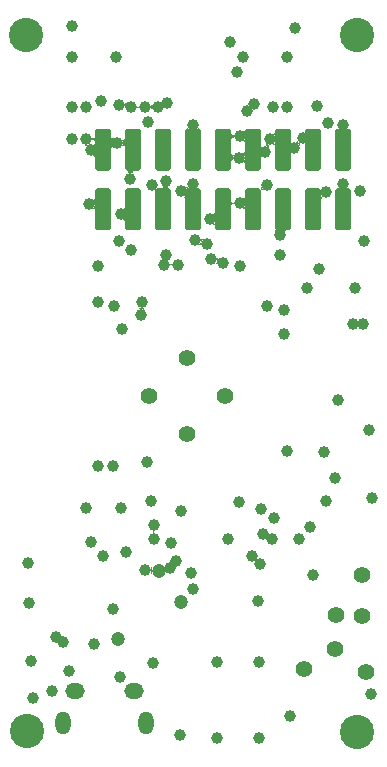
<source format=gbr>
G04 #@! TF.GenerationSoftware,KiCad,Pcbnew,5.1.7-a382d34a88~90~ubuntu20.04.1*
G04 #@! TF.CreationDate,2022-01-21T18:15:37-06:00*
G04 #@! TF.ProjectId,strike-controller,73747269-6b65-42d6-936f-6e74726f6c6c,rev?*
G04 #@! TF.SameCoordinates,Original*
G04 #@! TF.FileFunction,Soldermask,Bot*
G04 #@! TF.FilePolarity,Negative*
%FSLAX46Y46*%
G04 Gerber Fmt 4.6, Leading zero omitted, Abs format (unit mm)*
G04 Created by KiCad (PCBNEW 5.1.7-a382d34a88~90~ubuntu20.04.1) date 2022-01-21 18:15:37*
%MOMM*%
%LPD*%
G01*
G04 APERTURE LIST*
%ADD10C,2.900000*%
%ADD11O,1.290000X1.950000*%
%ADD12O,1.650000X1.350000*%
%ADD13C,1.000000*%
%ADD14C,1.200000*%
%ADD15C,1.400000*%
%ADD16C,0.100000*%
G04 APERTURE END LIST*
D10*
X160500000Y-115925000D03*
X160500000Y-56950000D03*
X132525000Y-115900000D03*
X132500000Y-56950000D03*
G36*
G01*
X158810000Y-69935000D02*
X159810000Y-69935000D01*
G75*
G02*
X160010000Y-70135000I0J-200000D01*
G01*
X160010000Y-73285000D01*
G75*
G02*
X159810000Y-73485000I-200000J0D01*
G01*
X158810000Y-73485000D01*
G75*
G02*
X158610000Y-73285000I0J200000D01*
G01*
X158610000Y-70135000D01*
G75*
G02*
X158810000Y-69935000I200000J0D01*
G01*
G37*
G36*
G01*
X158810000Y-64885000D02*
X159810000Y-64885000D01*
G75*
G02*
X160010000Y-65085000I0J-200000D01*
G01*
X160010000Y-68235000D01*
G75*
G02*
X159810000Y-68435000I-200000J0D01*
G01*
X158810000Y-68435000D01*
G75*
G02*
X158610000Y-68235000I0J200000D01*
G01*
X158610000Y-65085000D01*
G75*
G02*
X158810000Y-64885000I200000J0D01*
G01*
G37*
G36*
G01*
X156270000Y-69935000D02*
X157270000Y-69935000D01*
G75*
G02*
X157470000Y-70135000I0J-200000D01*
G01*
X157470000Y-73285000D01*
G75*
G02*
X157270000Y-73485000I-200000J0D01*
G01*
X156270000Y-73485000D01*
G75*
G02*
X156070000Y-73285000I0J200000D01*
G01*
X156070000Y-70135000D01*
G75*
G02*
X156270000Y-69935000I200000J0D01*
G01*
G37*
G36*
G01*
X156270000Y-64885000D02*
X157270000Y-64885000D01*
G75*
G02*
X157470000Y-65085000I0J-200000D01*
G01*
X157470000Y-68235000D01*
G75*
G02*
X157270000Y-68435000I-200000J0D01*
G01*
X156270000Y-68435000D01*
G75*
G02*
X156070000Y-68235000I0J200000D01*
G01*
X156070000Y-65085000D01*
G75*
G02*
X156270000Y-64885000I200000J0D01*
G01*
G37*
G36*
G01*
X153730000Y-69935000D02*
X154730000Y-69935000D01*
G75*
G02*
X154930000Y-70135000I0J-200000D01*
G01*
X154930000Y-73285000D01*
G75*
G02*
X154730000Y-73485000I-200000J0D01*
G01*
X153730000Y-73485000D01*
G75*
G02*
X153530000Y-73285000I0J200000D01*
G01*
X153530000Y-70135000D01*
G75*
G02*
X153730000Y-69935000I200000J0D01*
G01*
G37*
G36*
G01*
X153730000Y-64885000D02*
X154730000Y-64885000D01*
G75*
G02*
X154930000Y-65085000I0J-200000D01*
G01*
X154930000Y-68235000D01*
G75*
G02*
X154730000Y-68435000I-200000J0D01*
G01*
X153730000Y-68435000D01*
G75*
G02*
X153530000Y-68235000I0J200000D01*
G01*
X153530000Y-65085000D01*
G75*
G02*
X153730000Y-64885000I200000J0D01*
G01*
G37*
G36*
G01*
X151190000Y-69935000D02*
X152190000Y-69935000D01*
G75*
G02*
X152390000Y-70135000I0J-200000D01*
G01*
X152390000Y-73285000D01*
G75*
G02*
X152190000Y-73485000I-200000J0D01*
G01*
X151190000Y-73485000D01*
G75*
G02*
X150990000Y-73285000I0J200000D01*
G01*
X150990000Y-70135000D01*
G75*
G02*
X151190000Y-69935000I200000J0D01*
G01*
G37*
G36*
G01*
X151190000Y-64885000D02*
X152190000Y-64885000D01*
G75*
G02*
X152390000Y-65085000I0J-200000D01*
G01*
X152390000Y-68235000D01*
G75*
G02*
X152190000Y-68435000I-200000J0D01*
G01*
X151190000Y-68435000D01*
G75*
G02*
X150990000Y-68235000I0J200000D01*
G01*
X150990000Y-65085000D01*
G75*
G02*
X151190000Y-64885000I200000J0D01*
G01*
G37*
G36*
G01*
X148650000Y-69935000D02*
X149650000Y-69935000D01*
G75*
G02*
X149850000Y-70135000I0J-200000D01*
G01*
X149850000Y-73285000D01*
G75*
G02*
X149650000Y-73485000I-200000J0D01*
G01*
X148650000Y-73485000D01*
G75*
G02*
X148450000Y-73285000I0J200000D01*
G01*
X148450000Y-70135000D01*
G75*
G02*
X148650000Y-69935000I200000J0D01*
G01*
G37*
G36*
G01*
X148650000Y-64885000D02*
X149650000Y-64885000D01*
G75*
G02*
X149850000Y-65085000I0J-200000D01*
G01*
X149850000Y-68235000D01*
G75*
G02*
X149650000Y-68435000I-200000J0D01*
G01*
X148650000Y-68435000D01*
G75*
G02*
X148450000Y-68235000I0J200000D01*
G01*
X148450000Y-65085000D01*
G75*
G02*
X148650000Y-64885000I200000J0D01*
G01*
G37*
G36*
G01*
X146110000Y-69935000D02*
X147110000Y-69935000D01*
G75*
G02*
X147310000Y-70135000I0J-200000D01*
G01*
X147310000Y-73285000D01*
G75*
G02*
X147110000Y-73485000I-200000J0D01*
G01*
X146110000Y-73485000D01*
G75*
G02*
X145910000Y-73285000I0J200000D01*
G01*
X145910000Y-70135000D01*
G75*
G02*
X146110000Y-69935000I200000J0D01*
G01*
G37*
G36*
G01*
X146110000Y-64885000D02*
X147110000Y-64885000D01*
G75*
G02*
X147310000Y-65085000I0J-200000D01*
G01*
X147310000Y-68235000D01*
G75*
G02*
X147110000Y-68435000I-200000J0D01*
G01*
X146110000Y-68435000D01*
G75*
G02*
X145910000Y-68235000I0J200000D01*
G01*
X145910000Y-65085000D01*
G75*
G02*
X146110000Y-64885000I200000J0D01*
G01*
G37*
G36*
G01*
X143570000Y-69935000D02*
X144570000Y-69935000D01*
G75*
G02*
X144770000Y-70135000I0J-200000D01*
G01*
X144770000Y-73285000D01*
G75*
G02*
X144570000Y-73485000I-200000J0D01*
G01*
X143570000Y-73485000D01*
G75*
G02*
X143370000Y-73285000I0J200000D01*
G01*
X143370000Y-70135000D01*
G75*
G02*
X143570000Y-69935000I200000J0D01*
G01*
G37*
G36*
G01*
X143570000Y-64885000D02*
X144570000Y-64885000D01*
G75*
G02*
X144770000Y-65085000I0J-200000D01*
G01*
X144770000Y-68235000D01*
G75*
G02*
X144570000Y-68435000I-200000J0D01*
G01*
X143570000Y-68435000D01*
G75*
G02*
X143370000Y-68235000I0J200000D01*
G01*
X143370000Y-65085000D01*
G75*
G02*
X143570000Y-64885000I200000J0D01*
G01*
G37*
G36*
G01*
X141030000Y-69935000D02*
X142030000Y-69935000D01*
G75*
G02*
X142230000Y-70135000I0J-200000D01*
G01*
X142230000Y-73285000D01*
G75*
G02*
X142030000Y-73485000I-200000J0D01*
G01*
X141030000Y-73485000D01*
G75*
G02*
X140830000Y-73285000I0J200000D01*
G01*
X140830000Y-70135000D01*
G75*
G02*
X141030000Y-69935000I200000J0D01*
G01*
G37*
G36*
G01*
X141030000Y-64885000D02*
X142030000Y-64885000D01*
G75*
G02*
X142230000Y-65085000I0J-200000D01*
G01*
X142230000Y-68235000D01*
G75*
G02*
X142030000Y-68435000I-200000J0D01*
G01*
X141030000Y-68435000D01*
G75*
G02*
X140830000Y-68235000I0J200000D01*
G01*
X140830000Y-65085000D01*
G75*
G02*
X141030000Y-64885000I200000J0D01*
G01*
G37*
G36*
G01*
X138490000Y-69935000D02*
X139490000Y-69935000D01*
G75*
G02*
X139690000Y-70135000I0J-200000D01*
G01*
X139690000Y-73285000D01*
G75*
G02*
X139490000Y-73485000I-200000J0D01*
G01*
X138490000Y-73485000D01*
G75*
G02*
X138290000Y-73285000I0J200000D01*
G01*
X138290000Y-70135000D01*
G75*
G02*
X138490000Y-69935000I200000J0D01*
G01*
G37*
G36*
G01*
X138490000Y-64885000D02*
X139490000Y-64885000D01*
G75*
G02*
X139690000Y-65085000I0J-200000D01*
G01*
X139690000Y-68235000D01*
G75*
G02*
X139490000Y-68435000I-200000J0D01*
G01*
X138490000Y-68435000D01*
G75*
G02*
X138290000Y-68235000I0J200000D01*
G01*
X138290000Y-65085000D01*
G75*
G02*
X138490000Y-64885000I200000J0D01*
G01*
G37*
D11*
X142600000Y-115175000D03*
X135600000Y-115175000D03*
D12*
X141600000Y-112475000D03*
X136600000Y-112475000D03*
D13*
X152175000Y-116450000D03*
X148625000Y-116475000D03*
X148625000Y-110050000D03*
X152175000Y-110025000D03*
X140400000Y-111300000D03*
D14*
X140275000Y-108050000D03*
X143700000Y-102300000D03*
D13*
X138200000Y-108500000D03*
X143208051Y-110133051D03*
X137550000Y-97025000D03*
X138600000Y-93450000D03*
D15*
X146075000Y-84275000D03*
X149300000Y-87525000D03*
X146075000Y-90725000D03*
D13*
X154600000Y-92200000D03*
X157700000Y-92225000D03*
X158650000Y-94425000D03*
X158850000Y-87875000D03*
D15*
X142875010Y-87524906D03*
D13*
X149575000Y-99650000D03*
X155575000Y-99650000D03*
X156525000Y-98600000D03*
X161650000Y-112700000D03*
X154800000Y-114625000D03*
D15*
X160925000Y-106100000D03*
X160925000Y-102675000D03*
D13*
X152150000Y-104850000D03*
X161099981Y-74425000D03*
D14*
X145609063Y-104915618D03*
D13*
X160979991Y-81400000D03*
X159300000Y-64575000D03*
X153150000Y-65775000D03*
X140050000Y-58800000D03*
X136325000Y-63075000D03*
X136325000Y-65725000D03*
X142575000Y-63075000D03*
X146600000Y-64550000D03*
X138575000Y-79550000D03*
X138600000Y-76475000D03*
X141350000Y-75175000D03*
X140325000Y-74375000D03*
X153350000Y-63075010D03*
X142778551Y-64298342D03*
X132650000Y-101625000D03*
X134635636Y-112473262D03*
X146775000Y-74325000D03*
X153958051Y-75583051D03*
X147771509Y-74609556D03*
X157999990Y-64429144D03*
X157075000Y-62924990D03*
X159275000Y-69600000D03*
X137975000Y-99900000D03*
X140550000Y-97000000D03*
X139875000Y-93475000D03*
X161775000Y-96175000D03*
D15*
X158650000Y-108925000D03*
X156000000Y-110650000D03*
X161275000Y-110900000D03*
X158675000Y-106075000D03*
D13*
X145550000Y-116225000D03*
X161549991Y-90400000D03*
X154600000Y-63050000D03*
X155175000Y-66500000D03*
X138850000Y-62550000D03*
X151743201Y-62793201D03*
X132725000Y-105000000D03*
X153450010Y-97850000D03*
X143275000Y-99625000D03*
X144634337Y-102044619D03*
X143275000Y-98425000D03*
X142750000Y-93075000D03*
X154275000Y-80200000D03*
X156275000Y-78400000D03*
X132875000Y-109950000D03*
X136100000Y-110775000D03*
X133050000Y-113099990D03*
X140475000Y-72125000D03*
X150550000Y-65525000D03*
X149775000Y-57500000D03*
X150875000Y-58775000D03*
X154600000Y-58775000D03*
X155250000Y-56375000D03*
X136350000Y-56175000D03*
X136325000Y-58800000D03*
X137550000Y-63075000D03*
X137575000Y-65775000D03*
X137950000Y-66700000D03*
X137775000Y-71275000D03*
X140200000Y-66050000D03*
X146600000Y-69550000D03*
X160775000Y-70175000D03*
X141371151Y-63057963D03*
X151155656Y-63380746D03*
X145575010Y-70181834D03*
X150575000Y-71200000D03*
X154000000Y-73900000D03*
X156775000Y-102650000D03*
X160325000Y-78350000D03*
X160150000Y-81425000D03*
X148050000Y-72550000D03*
X144371279Y-62671279D03*
X150500000Y-67325000D03*
X155900000Y-65675000D03*
X157850000Y-70275000D03*
X150333780Y-60108780D03*
X157300000Y-76800000D03*
X146650000Y-103850000D03*
X146425000Y-102475000D03*
X145150000Y-101500000D03*
X143075006Y-96422478D03*
X139800000Y-105525000D03*
X142575000Y-102250000D03*
X138950000Y-101075000D03*
X140900000Y-100700000D03*
X144775000Y-99925000D03*
X145575000Y-97275000D03*
X152550000Y-99200000D03*
X154275000Y-82300000D03*
X152875000Y-79850000D03*
X152380726Y-97056087D03*
X153325000Y-99650000D03*
X152278372Y-101760819D03*
X135625000Y-108350000D03*
X142275000Y-79575000D03*
X135000000Y-107875000D03*
X142225000Y-80650000D03*
X152675000Y-66825000D03*
X157875000Y-96400000D03*
X150525000Y-96525000D03*
X143125000Y-69675010D03*
X152894597Y-69659225D03*
X151625000Y-101100000D03*
X145325000Y-76400000D03*
X148166201Y-75921987D03*
X140375000Y-62875000D03*
X149125000Y-76275000D03*
X144118096Y-76402618D03*
X143675000Y-63025000D03*
X140600000Y-81850000D03*
X139900000Y-79925000D03*
X141300000Y-69100000D03*
X144300000Y-69275000D03*
X144300000Y-75575000D03*
X150547057Y-76470021D03*
D16*
G36*
X142995867Y-101980647D02*
G01*
X143007394Y-101994692D01*
X143026031Y-102009987D01*
X143047294Y-102021352D01*
X143070369Y-102028352D01*
X143094361Y-102030715D01*
X143118352Y-102028352D01*
X143141427Y-102021352D01*
X143162690Y-102009987D01*
X143181327Y-101994691D01*
X143192850Y-101980649D01*
X143194722Y-101979945D01*
X143196268Y-101981213D01*
X143196059Y-101983029D01*
X143172620Y-102018109D01*
X143127760Y-102126411D01*
X143104889Y-102241389D01*
X143104889Y-102358611D01*
X143127760Y-102473589D01*
X143171513Y-102579219D01*
X143171252Y-102581202D01*
X143169404Y-102581967D01*
X143168002Y-102581095D01*
X143163277Y-102574023D01*
X143147918Y-102555308D01*
X143129281Y-102540013D01*
X143108017Y-102528648D01*
X143084942Y-102521648D01*
X143060951Y-102519285D01*
X143036960Y-102521648D01*
X143013885Y-102528648D01*
X142992621Y-102540013D01*
X142973984Y-102555308D01*
X142967700Y-102562965D01*
X142967568Y-102563110D01*
X142964635Y-102566043D01*
X142962703Y-102566561D01*
X142961289Y-102565147D01*
X142961558Y-102563518D01*
X143014188Y-102484751D01*
X143051546Y-102394560D01*
X143070592Y-102298810D01*
X143070592Y-102201190D01*
X143051546Y-102105440D01*
X143014188Y-102015249D01*
X142992658Y-101983027D01*
X142992527Y-101981031D01*
X142994190Y-101979920D01*
X142995867Y-101980647D01*
G37*
G36*
X143418054Y-98902865D02*
G01*
X143418444Y-98904827D01*
X143417131Y-98906098D01*
X143399746Y-98911372D01*
X143378482Y-98922737D01*
X143359845Y-98938032D01*
X143344549Y-98956669D01*
X143333184Y-98977932D01*
X143326183Y-99001007D01*
X143323820Y-99024998D01*
X143326182Y-99048989D01*
X143333182Y-99072064D01*
X143344547Y-99093328D01*
X143359842Y-99111965D01*
X143378479Y-99127261D01*
X143399742Y-99138626D01*
X143417129Y-99143901D01*
X143418496Y-99145361D01*
X143417915Y-99147275D01*
X143416158Y-99147777D01*
X143323810Y-99129408D01*
X143226190Y-99129408D01*
X143133840Y-99147778D01*
X143131946Y-99147135D01*
X143131556Y-99145173D01*
X143132869Y-99143902D01*
X143150254Y-99138628D01*
X143171518Y-99127263D01*
X143190155Y-99111968D01*
X143205451Y-99093331D01*
X143216816Y-99072068D01*
X143223817Y-99048993D01*
X143226180Y-99025002D01*
X143223818Y-99001011D01*
X143216818Y-98977936D01*
X143205453Y-98956672D01*
X143190158Y-98938035D01*
X143171521Y-98922739D01*
X143150258Y-98911374D01*
X143132871Y-98906099D01*
X143131504Y-98904639D01*
X143132085Y-98902725D01*
X143133842Y-98902223D01*
X143226190Y-98920592D01*
X143323810Y-98920592D01*
X143416160Y-98902222D01*
X143418054Y-98902865D01*
G37*
G36*
X142011226Y-79994796D02*
G01*
X142040249Y-80014188D01*
X142130440Y-80051546D01*
X142226190Y-80070592D01*
X142323810Y-80070592D01*
X142419560Y-80051546D01*
X142507082Y-80015294D01*
X142509065Y-80015555D01*
X142509830Y-80017403D01*
X142508958Y-80018805D01*
X142506288Y-80020589D01*
X142506120Y-80020690D01*
X142495746Y-80026235D01*
X142477108Y-80041528D01*
X142461812Y-80060164D01*
X142450446Y-80081428D01*
X142443445Y-80104502D01*
X142441081Y-80128493D01*
X142443444Y-80152485D01*
X142450441Y-80175559D01*
X142461807Y-80196824D01*
X142477100Y-80215462D01*
X142491154Y-80226995D01*
X142491858Y-80228867D01*
X142490590Y-80230413D01*
X142488774Y-80230204D01*
X142459751Y-80210812D01*
X142369560Y-80173454D01*
X142273810Y-80154408D01*
X142176190Y-80154408D01*
X142080440Y-80173454D01*
X141992918Y-80209706D01*
X141990935Y-80209445D01*
X141990170Y-80207597D01*
X141991042Y-80206195D01*
X141993712Y-80204411D01*
X141993880Y-80204310D01*
X142004254Y-80198765D01*
X142022892Y-80183472D01*
X142038188Y-80164836D01*
X142049554Y-80143572D01*
X142056555Y-80120498D01*
X142058919Y-80096507D01*
X142056556Y-80072515D01*
X142049559Y-80049441D01*
X142038193Y-80028176D01*
X142022900Y-80009538D01*
X142008846Y-79998005D01*
X142008142Y-79996133D01*
X142009410Y-79994587D01*
X142011226Y-79994796D01*
G37*
G36*
X144843562Y-76275750D02*
G01*
X144844064Y-76277507D01*
X144829408Y-76351190D01*
X144829408Y-76448810D01*
X144844587Y-76525120D01*
X144843944Y-76527014D01*
X144841982Y-76527404D01*
X144840711Y-76526091D01*
X144835434Y-76508698D01*
X144824069Y-76487434D01*
X144808774Y-76468797D01*
X144790137Y-76453502D01*
X144768872Y-76442136D01*
X144745799Y-76435139D01*
X144721807Y-76432775D01*
X144697815Y-76435138D01*
X144674741Y-76442139D01*
X144653477Y-76453504D01*
X144634840Y-76468799D01*
X144619545Y-76487436D01*
X144608179Y-76508701D01*
X144602908Y-76526081D01*
X144601448Y-76527449D01*
X144599534Y-76526868D01*
X144599032Y-76525111D01*
X144613688Y-76451428D01*
X144613688Y-76353808D01*
X144598509Y-76277498D01*
X144599152Y-76275604D01*
X144601114Y-76275214D01*
X144602385Y-76276527D01*
X144607662Y-76293920D01*
X144619027Y-76315184D01*
X144634322Y-76333821D01*
X144652959Y-76349116D01*
X144674224Y-76360482D01*
X144697297Y-76367479D01*
X144721289Y-76369843D01*
X144745281Y-76367480D01*
X144768355Y-76360479D01*
X144789619Y-76349114D01*
X144808256Y-76333819D01*
X144823551Y-76315182D01*
X144834917Y-76293917D01*
X144840188Y-76276537D01*
X144841648Y-76275169D01*
X144843562Y-76275750D01*
G37*
G36*
X148650197Y-75794421D02*
G01*
X148655472Y-75811812D01*
X148666837Y-75833075D01*
X148682133Y-75851712D01*
X148700770Y-75867007D01*
X148722033Y-75878372D01*
X148745108Y-75885372D01*
X148769100Y-75887735D01*
X148793091Y-75885372D01*
X148816166Y-75878372D01*
X148832187Y-75869808D01*
X148834186Y-75869874D01*
X148835129Y-75871637D01*
X148834241Y-75873235D01*
X148809077Y-75890049D01*
X148740049Y-75959077D01*
X148685812Y-76040249D01*
X148648454Y-76130440D01*
X148629408Y-76226190D01*
X148629408Y-76323810D01*
X148644880Y-76401595D01*
X148644237Y-76403489D01*
X148642275Y-76403879D01*
X148641004Y-76402566D01*
X148635729Y-76385175D01*
X148624364Y-76363912D01*
X148609068Y-76345275D01*
X148590431Y-76329980D01*
X148569168Y-76318615D01*
X148546093Y-76311615D01*
X148522101Y-76309252D01*
X148498110Y-76311615D01*
X148475035Y-76318615D01*
X148459014Y-76327179D01*
X148457015Y-76327113D01*
X148456072Y-76325350D01*
X148456960Y-76323752D01*
X148482124Y-76306938D01*
X148551152Y-76237910D01*
X148605389Y-76156738D01*
X148642747Y-76066547D01*
X148661793Y-75970797D01*
X148661793Y-75873177D01*
X148646321Y-75795392D01*
X148646964Y-75793498D01*
X148648926Y-75793108D01*
X148650197Y-75794421D01*
G37*
G36*
X147255676Y-74181137D02*
G01*
X147266367Y-74201140D01*
X147281663Y-74219777D01*
X147300300Y-74235072D01*
X147321563Y-74246437D01*
X147344638Y-74253437D01*
X147368629Y-74255800D01*
X147392620Y-74253437D01*
X147415695Y-74246437D01*
X147436959Y-74235072D01*
X147450705Y-74223791D01*
X147450862Y-74223675D01*
X147451019Y-74223570D01*
X147453015Y-74223438D01*
X147454127Y-74225100D01*
X147453545Y-74226646D01*
X147386558Y-74293633D01*
X147332321Y-74374805D01*
X147294963Y-74464996D01*
X147275917Y-74560746D01*
X147275917Y-74658366D01*
X147294559Y-74752086D01*
X147293916Y-74753980D01*
X147291954Y-74754370D01*
X147290833Y-74753419D01*
X147280142Y-74733416D01*
X147264846Y-74714779D01*
X147246209Y-74699484D01*
X147224946Y-74688119D01*
X147201871Y-74681119D01*
X147177880Y-74678756D01*
X147153889Y-74681119D01*
X147130814Y-74688119D01*
X147109550Y-74699484D01*
X147095804Y-74710765D01*
X147095647Y-74710881D01*
X147095490Y-74710986D01*
X147093494Y-74711118D01*
X147092382Y-74709456D01*
X147092964Y-74707910D01*
X147159951Y-74640923D01*
X147214188Y-74559751D01*
X147251546Y-74469560D01*
X147270592Y-74373810D01*
X147270592Y-74276190D01*
X147251950Y-74182470D01*
X147252593Y-74180576D01*
X147254555Y-74180186D01*
X147255676Y-74181137D01*
G37*
G36*
X153727181Y-73484000D02*
G01*
X153726560Y-73486663D01*
X153684077Y-73515049D01*
X153615049Y-73584077D01*
X153562418Y-73662845D01*
X153560624Y-73663730D01*
X153558961Y-73662619D01*
X153558907Y-73660969D01*
X153560484Y-73657162D01*
X153567513Y-73633991D01*
X153569876Y-73609999D01*
X153567513Y-73586008D01*
X153560513Y-73562933D01*
X153549148Y-73541670D01*
X153533853Y-73523033D01*
X153528731Y-73518830D01*
X153528000Y-73517284D01*
X153528000Y-73485000D01*
X153529000Y-73483268D01*
X153530000Y-73483000D01*
X153725449Y-73483000D01*
X153727181Y-73484000D01*
G37*
G36*
X154554846Y-73484000D02*
G01*
X154554846Y-73486000D01*
X154553310Y-73486990D01*
X154529123Y-73489372D01*
X154506048Y-73496372D01*
X154484784Y-73507737D01*
X154466147Y-73523032D01*
X154450852Y-73541669D01*
X154439487Y-73562933D01*
X154432487Y-73586008D01*
X154430124Y-73609999D01*
X154432487Y-73633990D01*
X154439516Y-73657162D01*
X154441093Y-73660969D01*
X154440832Y-73662952D01*
X154438984Y-73663717D01*
X154437582Y-73662845D01*
X154384951Y-73584077D01*
X154315923Y-73515049D01*
X154273440Y-73486663D01*
X154272555Y-73484869D01*
X154274551Y-73483000D01*
X154553114Y-73483000D01*
X154554846Y-73484000D01*
G37*
G36*
X148452000Y-72847000D02*
G01*
X148452000Y-73109327D01*
X148451000Y-73111059D01*
X148449000Y-73111059D01*
X148448010Y-73109523D01*
X148445628Y-73085336D01*
X148438628Y-73062261D01*
X148427263Y-73040997D01*
X148411968Y-73022360D01*
X148393331Y-73007065D01*
X148372067Y-72995700D01*
X148348992Y-72988700D01*
X148325001Y-72986337D01*
X148301010Y-72988700D01*
X148283630Y-72993972D01*
X148281682Y-72993518D01*
X148281101Y-72991604D01*
X148282284Y-72990210D01*
X148284751Y-72989188D01*
X148365923Y-72934951D01*
X148434951Y-72865923D01*
X148448337Y-72845889D01*
X148450131Y-72845004D01*
X148452000Y-72847000D01*
G37*
G36*
X140832000Y-72473702D02*
G01*
X140832000Y-72702967D01*
X140831000Y-72704699D01*
X140829000Y-72704699D01*
X140828010Y-72703163D01*
X140825628Y-72678976D01*
X140818628Y-72655901D01*
X140807263Y-72634637D01*
X140791968Y-72616000D01*
X140773331Y-72600705D01*
X140752067Y-72589340D01*
X140728992Y-72582340D01*
X140705001Y-72579977D01*
X140681010Y-72582340D01*
X140663624Y-72587614D01*
X140661676Y-72587160D01*
X140661095Y-72585246D01*
X140662278Y-72583852D01*
X140709751Y-72564188D01*
X140790923Y-72509951D01*
X140828586Y-72472288D01*
X140830518Y-72471770D01*
X140832000Y-72473702D01*
G37*
G36*
X148451165Y-71989047D02*
G01*
X148452000Y-71990673D01*
X148452000Y-72253000D01*
X148451000Y-72254732D01*
X148448337Y-72254111D01*
X148434951Y-72234077D01*
X148365923Y-72165049D01*
X148284751Y-72110812D01*
X148282285Y-72109790D01*
X148281067Y-72108203D01*
X148281833Y-72106355D01*
X148283631Y-72106028D01*
X148301009Y-72111300D01*
X148325000Y-72113663D01*
X148348991Y-72111300D01*
X148372066Y-72104300D01*
X148393330Y-72092935D01*
X148411967Y-72077640D01*
X148427262Y-72059003D01*
X148438628Y-72037740D01*
X148445628Y-72014665D01*
X148448010Y-71990477D01*
X148449175Y-71988851D01*
X148451165Y-71989047D01*
G37*
G36*
X140831165Y-71545407D02*
G01*
X140832000Y-71547033D01*
X140832000Y-71776298D01*
X140831000Y-71778030D01*
X140828586Y-71777712D01*
X140790923Y-71740049D01*
X140709751Y-71685812D01*
X140662279Y-71666148D01*
X140661061Y-71664561D01*
X140661826Y-71662713D01*
X140663625Y-71662386D01*
X140681009Y-71667660D01*
X140705000Y-71670023D01*
X140728991Y-71667660D01*
X140752066Y-71660660D01*
X140773330Y-71649295D01*
X140791967Y-71634000D01*
X140807262Y-71615363D01*
X140818628Y-71594100D01*
X140825628Y-71571025D01*
X140828010Y-71546837D01*
X140829175Y-71545211D01*
X140831165Y-71545407D01*
G37*
G36*
X138291165Y-70785904D02*
G01*
X138292000Y-70787530D01*
X138292000Y-71762470D01*
X138291000Y-71764202D01*
X138289000Y-71764202D01*
X138288010Y-71762666D01*
X138285628Y-71738479D01*
X138278628Y-71715404D01*
X138267263Y-71694140D01*
X138251968Y-71675503D01*
X138233331Y-71660208D01*
X138212067Y-71648843D01*
X138188992Y-71641843D01*
X138165001Y-71639480D01*
X138141010Y-71641843D01*
X138117935Y-71648843D01*
X138096582Y-71660256D01*
X138095491Y-71660985D01*
X138093495Y-71661116D01*
X138092384Y-71659453D01*
X138092966Y-71657908D01*
X138159951Y-71590923D01*
X138214188Y-71509751D01*
X138251546Y-71419560D01*
X138270592Y-71323810D01*
X138270592Y-71226190D01*
X138251546Y-71130440D01*
X138214188Y-71040249D01*
X138159951Y-70959077D01*
X138092966Y-70892092D01*
X138092448Y-70890160D01*
X138093862Y-70888746D01*
X138095491Y-70889015D01*
X138096582Y-70889744D01*
X138117935Y-70901157D01*
X138141010Y-70908157D01*
X138165001Y-70910520D01*
X138188992Y-70908157D01*
X138212067Y-70901157D01*
X138233331Y-70889792D01*
X138251968Y-70874497D01*
X138267263Y-70855860D01*
X138278628Y-70834596D01*
X138285628Y-70811521D01*
X138288010Y-70787334D01*
X138289175Y-70785708D01*
X138291165Y-70785904D01*
G37*
G36*
X150992000Y-71474551D02*
G01*
X150992000Y-71753114D01*
X150991000Y-71754846D01*
X150989000Y-71754846D01*
X150988010Y-71753310D01*
X150985628Y-71729123D01*
X150978628Y-71706048D01*
X150967263Y-71684784D01*
X150951968Y-71666147D01*
X150933331Y-71650852D01*
X150912067Y-71639487D01*
X150888992Y-71632487D01*
X150865001Y-71630124D01*
X150841010Y-71632487D01*
X150817838Y-71639516D01*
X150814031Y-71641093D01*
X150812048Y-71640832D01*
X150811283Y-71638984D01*
X150812155Y-71637582D01*
X150890923Y-71584951D01*
X150959951Y-71515923D01*
X150988337Y-71473440D01*
X150990131Y-71472555D01*
X150992000Y-71474551D01*
G37*
G36*
X149851990Y-71027999D02*
G01*
X149854372Y-71052186D01*
X149861372Y-71075261D01*
X149872737Y-71096525D01*
X149888032Y-71115162D01*
X149906669Y-71130457D01*
X149927933Y-71141822D01*
X149951008Y-71148822D01*
X149974999Y-71151185D01*
X149998990Y-71148822D01*
X150022065Y-71141822D01*
X150043329Y-71130457D01*
X150061966Y-71115162D01*
X150077261Y-71096525D01*
X150088626Y-71075261D01*
X150093900Y-71057876D01*
X150095360Y-71056509D01*
X150097274Y-71057090D01*
X150097776Y-71058847D01*
X150079408Y-71151190D01*
X150079408Y-71248810D01*
X150097777Y-71341155D01*
X150097134Y-71343049D01*
X150095172Y-71343439D01*
X150093901Y-71342126D01*
X150088627Y-71324740D01*
X150077262Y-71303477D01*
X150061967Y-71284840D01*
X150043330Y-71269544D01*
X150022067Y-71258179D01*
X149998992Y-71251178D01*
X149975001Y-71248815D01*
X149951010Y-71251177D01*
X149927934Y-71258177D01*
X149906671Y-71269542D01*
X149888034Y-71284837D01*
X149872738Y-71303474D01*
X149861373Y-71324737D01*
X149854372Y-71347812D01*
X149851990Y-71372001D01*
X149850825Y-71373627D01*
X149848835Y-71373431D01*
X149848000Y-71371805D01*
X149848000Y-71028195D01*
X149849000Y-71026463D01*
X149851000Y-71026463D01*
X149851990Y-71027999D01*
G37*
G36*
X150991165Y-70645260D02*
G01*
X150992000Y-70646886D01*
X150992000Y-70925449D01*
X150991000Y-70927181D01*
X150988337Y-70926560D01*
X150959951Y-70884077D01*
X150890923Y-70815049D01*
X150812155Y-70762418D01*
X150811270Y-70760624D01*
X150812381Y-70758961D01*
X150814031Y-70758907D01*
X150817838Y-70760484D01*
X150841009Y-70767513D01*
X150865000Y-70769876D01*
X150888992Y-70767513D01*
X150912067Y-70760513D01*
X150933330Y-70749148D01*
X150951967Y-70733853D01*
X150967263Y-70715216D01*
X150978628Y-70693953D01*
X150985628Y-70670878D01*
X150988010Y-70646690D01*
X150989175Y-70645064D01*
X150991165Y-70645260D01*
G37*
G36*
X157471414Y-70597288D02*
G01*
X157534077Y-70659951D01*
X157615249Y-70714188D01*
X157637726Y-70723498D01*
X157638944Y-70725085D01*
X157638179Y-70726933D01*
X157636380Y-70727260D01*
X157618990Y-70721985D01*
X157594999Y-70719622D01*
X157571008Y-70721985D01*
X157547933Y-70728985D01*
X157526669Y-70740350D01*
X157508032Y-70755645D01*
X157492737Y-70774282D01*
X157481372Y-70795546D01*
X157474372Y-70818621D01*
X157471990Y-70842808D01*
X157470825Y-70844434D01*
X157468835Y-70844238D01*
X157468000Y-70842612D01*
X157468000Y-70598702D01*
X157469000Y-70596970D01*
X157471414Y-70597288D01*
G37*
G36*
X145912000Y-70550546D02*
G01*
X145912000Y-70768090D01*
X145911000Y-70769822D01*
X145909000Y-70769822D01*
X145908010Y-70768286D01*
X145905628Y-70744099D01*
X145898628Y-70721024D01*
X145887263Y-70699760D01*
X145871968Y-70681123D01*
X145853331Y-70665828D01*
X145832067Y-70654463D01*
X145808992Y-70647463D01*
X145785001Y-70645100D01*
X145761010Y-70647463D01*
X145743614Y-70652741D01*
X145741666Y-70652287D01*
X145741085Y-70650373D01*
X145742268Y-70648979D01*
X145809761Y-70621022D01*
X145890933Y-70566785D01*
X145908586Y-70549132D01*
X145910518Y-70548614D01*
X145912000Y-70550546D01*
G37*
G36*
X152415573Y-69791329D02*
G01*
X152418051Y-69803785D01*
X152455409Y-69893976D01*
X152509646Y-69975148D01*
X152578674Y-70044176D01*
X152580138Y-70045154D01*
X152581023Y-70046948D01*
X152579912Y-70048611D01*
X152578084Y-70048581D01*
X152562065Y-70040019D01*
X152538990Y-70033019D01*
X152514999Y-70030656D01*
X152491008Y-70033019D01*
X152467933Y-70040019D01*
X152446669Y-70051384D01*
X152428032Y-70066679D01*
X152412737Y-70085316D01*
X152401372Y-70106580D01*
X152394372Y-70129655D01*
X152391990Y-70153842D01*
X152390825Y-70155468D01*
X152388835Y-70155272D01*
X152388000Y-70153646D01*
X152388000Y-69937000D01*
X152290413Y-69937000D01*
X152288681Y-69936000D01*
X152288681Y-69934000D01*
X152290217Y-69933010D01*
X152314404Y-69930628D01*
X152337479Y-69923628D01*
X152358743Y-69912263D01*
X152377380Y-69896968D01*
X152392675Y-69878331D01*
X152404040Y-69857067D01*
X152411040Y-69833992D01*
X152413403Y-69810001D01*
X152411621Y-69791915D01*
X152412446Y-69790093D01*
X152414436Y-69789897D01*
X152415573Y-69791329D01*
G37*
G36*
X144056441Y-69708303D02*
G01*
X144065249Y-69714188D01*
X144155440Y-69751546D01*
X144251190Y-69770592D01*
X144348810Y-69770592D01*
X144444560Y-69751546D01*
X144534751Y-69714188D01*
X144543559Y-69708303D01*
X144545555Y-69708172D01*
X144546666Y-69709835D01*
X144545939Y-69711512D01*
X144531899Y-69723034D01*
X144516604Y-69741671D01*
X144505239Y-69762935D01*
X144498239Y-69786010D01*
X144495876Y-69810001D01*
X144498239Y-69833992D01*
X144505239Y-69857067D01*
X144516604Y-69878331D01*
X144531899Y-69896968D01*
X144550536Y-69912263D01*
X144571800Y-69923628D01*
X144594875Y-69930628D01*
X144619062Y-69933010D01*
X144620688Y-69934175D01*
X144620492Y-69936165D01*
X144618866Y-69937000D01*
X143981134Y-69937000D01*
X143979402Y-69936000D01*
X143979402Y-69934000D01*
X143980938Y-69933010D01*
X144005125Y-69930628D01*
X144028200Y-69923628D01*
X144049464Y-69912263D01*
X144068101Y-69896968D01*
X144083396Y-69878331D01*
X144094761Y-69857067D01*
X144101761Y-69833992D01*
X144104124Y-69810001D01*
X144101761Y-69786010D01*
X144094761Y-69762935D01*
X144083396Y-69741671D01*
X144068101Y-69723034D01*
X144054061Y-69711512D01*
X144053357Y-69709640D01*
X144054625Y-69708094D01*
X144056441Y-69708303D01*
G37*
G36*
X159745576Y-69766813D02*
G01*
X159745903Y-69768612D01*
X159740625Y-69786011D01*
X159738262Y-69810001D01*
X159740625Y-69833993D01*
X159747625Y-69857068D01*
X159758991Y-69878332D01*
X159774286Y-69896968D01*
X159792923Y-69912264D01*
X159814187Y-69923628D01*
X159837262Y-69930628D01*
X159861448Y-69933010D01*
X159863074Y-69934175D01*
X159862878Y-69936165D01*
X159861252Y-69937000D01*
X159643702Y-69937000D01*
X159641970Y-69936000D01*
X159642288Y-69933586D01*
X159659951Y-69915923D01*
X159714188Y-69834751D01*
X159742141Y-69767266D01*
X159743728Y-69766048D01*
X159745576Y-69766813D01*
G37*
G36*
X147049862Y-69766821D02*
G01*
X147050189Y-69768620D01*
X147044914Y-69786010D01*
X147042551Y-69810001D01*
X147044914Y-69833992D01*
X147051914Y-69857067D01*
X147063279Y-69878331D01*
X147078574Y-69896968D01*
X147097211Y-69912263D01*
X147118475Y-69923628D01*
X147141550Y-69930628D01*
X147165737Y-69933010D01*
X147167363Y-69934175D01*
X147167167Y-69936165D01*
X147165541Y-69937000D01*
X146918702Y-69937000D01*
X146916970Y-69936000D01*
X146917288Y-69933586D01*
X146984951Y-69865923D01*
X147039188Y-69784751D01*
X147046427Y-69767274D01*
X147048014Y-69766056D01*
X147049862Y-69766821D01*
G37*
G36*
X146124558Y-69697225D02*
G01*
X146160812Y-69784751D01*
X146215049Y-69865923D01*
X146282712Y-69933586D01*
X146283230Y-69935518D01*
X146281298Y-69937000D01*
X146008530Y-69937000D01*
X146006867Y-69936111D01*
X145959961Y-69865911D01*
X145916287Y-69822237D01*
X145915769Y-69820305D01*
X145917183Y-69818891D01*
X145918970Y-69819277D01*
X145933008Y-69830798D01*
X145954272Y-69842163D01*
X145977347Y-69849163D01*
X146001338Y-69851526D01*
X146025329Y-69849163D01*
X146048404Y-69842163D01*
X146069668Y-69830798D01*
X146088305Y-69815503D01*
X146103600Y-69796866D01*
X146114965Y-69775602D01*
X146121965Y-69752527D01*
X146124328Y-69728536D01*
X146121955Y-69704451D01*
X146120748Y-69698380D01*
X146121391Y-69696486D01*
X146123353Y-69696096D01*
X146124558Y-69697225D01*
G37*
G36*
X158807859Y-69767266D02*
G01*
X158835812Y-69834751D01*
X158890049Y-69915923D01*
X158907712Y-69933586D01*
X158908230Y-69935518D01*
X158906298Y-69937000D01*
X158688748Y-69937000D01*
X158687016Y-69936000D01*
X158687016Y-69934000D01*
X158688552Y-69933010D01*
X158712739Y-69930628D01*
X158735814Y-69923628D01*
X158757078Y-69912263D01*
X158775715Y-69896968D01*
X158791010Y-69878331D01*
X158802375Y-69857067D01*
X158809375Y-69833992D01*
X158811738Y-69810001D01*
X158809375Y-69786010D01*
X158804097Y-69768612D01*
X158804551Y-69766664D01*
X158806465Y-69766083D01*
X158807859Y-69767266D01*
G37*
G36*
X141613115Y-68434000D02*
G01*
X141613115Y-68436000D01*
X141611579Y-68436990D01*
X141587392Y-68439372D01*
X141564317Y-68446372D01*
X141543053Y-68457737D01*
X141524416Y-68473032D01*
X141509121Y-68491669D01*
X141497756Y-68512933D01*
X141490756Y-68536008D01*
X141488393Y-68559999D01*
X141490756Y-68583990D01*
X141497756Y-68607065D01*
X141509121Y-68628329D01*
X141524416Y-68646966D01*
X141538456Y-68658488D01*
X141539160Y-68660360D01*
X141537892Y-68661906D01*
X141536076Y-68661697D01*
X141534751Y-68660812D01*
X141444560Y-68623454D01*
X141348810Y-68604408D01*
X141251190Y-68604408D01*
X141155440Y-68623454D01*
X141065249Y-68660812D01*
X141063924Y-68661697D01*
X141061928Y-68661828D01*
X141060817Y-68660165D01*
X141061544Y-68658488D01*
X141075584Y-68646966D01*
X141090879Y-68628329D01*
X141102244Y-68607065D01*
X141109244Y-68583990D01*
X141111607Y-68559999D01*
X141109244Y-68536008D01*
X141102244Y-68512933D01*
X141090879Y-68491669D01*
X141075584Y-68473032D01*
X141056947Y-68457737D01*
X141035683Y-68446372D01*
X141012608Y-68439372D01*
X140988421Y-68436990D01*
X140986795Y-68435825D01*
X140986991Y-68433835D01*
X140988617Y-68433000D01*
X141611383Y-68433000D01*
X141613115Y-68434000D01*
G37*
G36*
X150991319Y-67410673D02*
G01*
X150992000Y-67412177D01*
X150992000Y-67829175D01*
X150991000Y-67830907D01*
X150989000Y-67830907D01*
X150988010Y-67829371D01*
X150985628Y-67805184D01*
X150978628Y-67782109D01*
X150967263Y-67760845D01*
X150951968Y-67742208D01*
X150933331Y-67726913D01*
X150912067Y-67715548D01*
X150888992Y-67708548D01*
X150865001Y-67706185D01*
X150841010Y-67708548D01*
X150817935Y-67715548D01*
X150801909Y-67724114D01*
X150799910Y-67724048D01*
X150798967Y-67722285D01*
X150799855Y-67720687D01*
X150815923Y-67709951D01*
X150884951Y-67640923D01*
X150939188Y-67559751D01*
X150976546Y-67469560D01*
X150988038Y-67411787D01*
X150989357Y-67410283D01*
X150991319Y-67410673D01*
G37*
G36*
X149851990Y-66990972D02*
G01*
X149854372Y-67015159D01*
X149861372Y-67038234D01*
X149872737Y-67059498D01*
X149888032Y-67078135D01*
X149906669Y-67093430D01*
X149927933Y-67104795D01*
X149951008Y-67111795D01*
X149974999Y-67114158D01*
X149998990Y-67111795D01*
X150022065Y-67104795D01*
X150043329Y-67093430D01*
X150061966Y-67078135D01*
X150073488Y-67064095D01*
X150075360Y-67063391D01*
X150076906Y-67064659D01*
X150076697Y-67066475D01*
X150060812Y-67090249D01*
X150023454Y-67180440D01*
X150004408Y-67276190D01*
X150004408Y-67373810D01*
X150023454Y-67469560D01*
X150060812Y-67559751D01*
X150076697Y-67583525D01*
X150076828Y-67585521D01*
X150075165Y-67586632D01*
X150073488Y-67585905D01*
X150061966Y-67571865D01*
X150043329Y-67556570D01*
X150022065Y-67545205D01*
X149998990Y-67538205D01*
X149974999Y-67535842D01*
X149951008Y-67538205D01*
X149927933Y-67545205D01*
X149906669Y-67556570D01*
X149888032Y-67571865D01*
X149872737Y-67590502D01*
X149861372Y-67611766D01*
X149854372Y-67634841D01*
X149851990Y-67659028D01*
X149850825Y-67660654D01*
X149848835Y-67660458D01*
X149848000Y-67658832D01*
X149848000Y-66991168D01*
X149849000Y-66989436D01*
X149851000Y-66989436D01*
X149851990Y-66990972D01*
G37*
G36*
X138292000Y-67063702D02*
G01*
X138292000Y-67284180D01*
X138291000Y-67285912D01*
X138289000Y-67285912D01*
X138288010Y-67284376D01*
X138285628Y-67260189D01*
X138278628Y-67237114D01*
X138267263Y-67215850D01*
X138251968Y-67197213D01*
X138233331Y-67181918D01*
X138212067Y-67170553D01*
X138188992Y-67163553D01*
X138165001Y-67161190D01*
X138141010Y-67163553D01*
X138123621Y-67168829D01*
X138121673Y-67168375D01*
X138121092Y-67166461D01*
X138122275Y-67165067D01*
X138184751Y-67139188D01*
X138265923Y-67084951D01*
X138288586Y-67062288D01*
X138290518Y-67061770D01*
X138292000Y-67063702D01*
G37*
G36*
X150991165Y-66819199D02*
G01*
X150992000Y-66820825D01*
X150992000Y-67237823D01*
X150991000Y-67239555D01*
X150989000Y-67239555D01*
X150988038Y-67238213D01*
X150976546Y-67180440D01*
X150939188Y-67090249D01*
X150884951Y-67009077D01*
X150815923Y-66940049D01*
X150799854Y-66929312D01*
X150798969Y-66927518D01*
X150800080Y-66925855D01*
X150801908Y-66925885D01*
X150817936Y-66934452D01*
X150841011Y-66941452D01*
X150865002Y-66943815D01*
X150888993Y-66941452D01*
X150912068Y-66934452D01*
X150933331Y-66923086D01*
X150951968Y-66907791D01*
X150967263Y-66889154D01*
X150978628Y-66867890D01*
X150985628Y-66844815D01*
X150988010Y-66820629D01*
X150989175Y-66819003D01*
X150991165Y-66819199D01*
G37*
G36*
X139691990Y-65558993D02*
G01*
X139694372Y-65583180D01*
X139701372Y-65606255D01*
X139712737Y-65627519D01*
X139728032Y-65646156D01*
X139746669Y-65661451D01*
X139767933Y-65672816D01*
X139791008Y-65679816D01*
X139814999Y-65682179D01*
X139838990Y-65679816D01*
X139862065Y-65672816D01*
X139880777Y-65662814D01*
X139882776Y-65662880D01*
X139883719Y-65664643D01*
X139883134Y-65665992D01*
X139815049Y-65734077D01*
X139760812Y-65815249D01*
X139723454Y-65905440D01*
X139704408Y-66001190D01*
X139704408Y-66098810D01*
X139723454Y-66194560D01*
X139760812Y-66284751D01*
X139815049Y-66365923D01*
X139883134Y-66434008D01*
X139883652Y-66435940D01*
X139882238Y-66437354D01*
X139880777Y-66437186D01*
X139862065Y-66427184D01*
X139838990Y-66420184D01*
X139814999Y-66417821D01*
X139791008Y-66420184D01*
X139767933Y-66427184D01*
X139746669Y-66438549D01*
X139728032Y-66453845D01*
X139712737Y-66472482D01*
X139701372Y-66493745D01*
X139694372Y-66516820D01*
X139691990Y-66541007D01*
X139690825Y-66542633D01*
X139688835Y-66542437D01*
X139688000Y-66540811D01*
X139688000Y-65559189D01*
X139689000Y-65557457D01*
X139691000Y-65557457D01*
X139691990Y-65558993D01*
G37*
G36*
X152792086Y-66117960D02*
G01*
X152834077Y-66159951D01*
X152915249Y-66214188D01*
X153005440Y-66251546D01*
X153101190Y-66270592D01*
X153120503Y-66270592D01*
X153122235Y-66271592D01*
X153122235Y-66273592D01*
X153120699Y-66274582D01*
X153102624Y-66276362D01*
X153079549Y-66283362D01*
X153058285Y-66294727D01*
X153039648Y-66310022D01*
X153024353Y-66328659D01*
X153012988Y-66349923D01*
X153005988Y-66372998D01*
X153003625Y-66396989D01*
X153005988Y-66420980D01*
X153012988Y-66444055D01*
X153024353Y-66465319D01*
X153035874Y-66479357D01*
X153036200Y-66481331D01*
X153034654Y-66482599D01*
X153032914Y-66482040D01*
X152990923Y-66440049D01*
X152909751Y-66385812D01*
X152819560Y-66348454D01*
X152723810Y-66329408D01*
X152704497Y-66329408D01*
X152702765Y-66328408D01*
X152702765Y-66326408D01*
X152704301Y-66325418D01*
X152722376Y-66323638D01*
X152745451Y-66316638D01*
X152766715Y-66305273D01*
X152785352Y-66289978D01*
X152800647Y-66271341D01*
X152812012Y-66250077D01*
X152819012Y-66227002D01*
X152821375Y-66203011D01*
X152819012Y-66179020D01*
X152812012Y-66155945D01*
X152800647Y-66134681D01*
X152789126Y-66120643D01*
X152788800Y-66118669D01*
X152790346Y-66117401D01*
X152792086Y-66117960D01*
G37*
G36*
X138002734Y-66032293D02*
G01*
X138002704Y-66034121D01*
X137994141Y-66050140D01*
X137987141Y-66073215D01*
X137984778Y-66097206D01*
X137987141Y-66121197D01*
X137994141Y-66144272D01*
X138005506Y-66165536D01*
X138020801Y-66184173D01*
X138039438Y-66199468D01*
X138060701Y-66210834D01*
X138078092Y-66216109D01*
X138079459Y-66217569D01*
X138078878Y-66219483D01*
X138077121Y-66219985D01*
X137998810Y-66204408D01*
X137901190Y-66204408D01*
X137805440Y-66223454D01*
X137715249Y-66260812D01*
X137634077Y-66315049D01*
X137565049Y-66384077D01*
X137525723Y-66442933D01*
X137523929Y-66443818D01*
X137522266Y-66442707D01*
X137522296Y-66440879D01*
X137530859Y-66424860D01*
X137537859Y-66401785D01*
X137540222Y-66377794D01*
X137537859Y-66353803D01*
X137530859Y-66330728D01*
X137519494Y-66309464D01*
X137504199Y-66290827D01*
X137485562Y-66275532D01*
X137464299Y-66264166D01*
X137446908Y-66258891D01*
X137445541Y-66257431D01*
X137446122Y-66255517D01*
X137447879Y-66255015D01*
X137526190Y-66270592D01*
X137623810Y-66270592D01*
X137719560Y-66251546D01*
X137809751Y-66214188D01*
X137890923Y-66159951D01*
X137959951Y-66090923D01*
X137999277Y-66032067D01*
X138001071Y-66031182D01*
X138002734Y-66032293D01*
G37*
G36*
X140831165Y-65684610D02*
G01*
X140832000Y-65686236D01*
X140832000Y-66413764D01*
X140831000Y-66415496D01*
X140829000Y-66415496D01*
X140828010Y-66413960D01*
X140825628Y-66389773D01*
X140818628Y-66366698D01*
X140807263Y-66345434D01*
X140791968Y-66326797D01*
X140773331Y-66311502D01*
X140752067Y-66300137D01*
X140728992Y-66293137D01*
X140705001Y-66290774D01*
X140681010Y-66293137D01*
X140657935Y-66300137D01*
X140636671Y-66311502D01*
X140618034Y-66326797D01*
X140606509Y-66340841D01*
X140604637Y-66341545D01*
X140603091Y-66340277D01*
X140603300Y-66338461D01*
X140639188Y-66284751D01*
X140676546Y-66194560D01*
X140695592Y-66098810D01*
X140695592Y-66001190D01*
X140676546Y-65905440D01*
X140639188Y-65815249D01*
X140603300Y-65761538D01*
X140603169Y-65759542D01*
X140604832Y-65758431D01*
X140606509Y-65759158D01*
X140618034Y-65773202D01*
X140636671Y-65788498D01*
X140657935Y-65799863D01*
X140681010Y-65806863D01*
X140705001Y-65809226D01*
X140728992Y-65806863D01*
X140752067Y-65799863D01*
X140773330Y-65788498D01*
X140791967Y-65773203D01*
X140807263Y-65754566D01*
X140818628Y-65733302D01*
X140825628Y-65710227D01*
X140828010Y-65686040D01*
X140829175Y-65684414D01*
X140831165Y-65684610D01*
G37*
G36*
X153532000Y-66098702D02*
G01*
X153532000Y-66342612D01*
X153531000Y-66344344D01*
X153529000Y-66344344D01*
X153528010Y-66342808D01*
X153525628Y-66318621D01*
X153518628Y-66295546D01*
X153507263Y-66274282D01*
X153491968Y-66255645D01*
X153473331Y-66240350D01*
X153452067Y-66228985D01*
X153428992Y-66221985D01*
X153405001Y-66219622D01*
X153381010Y-66221985D01*
X153363620Y-66227260D01*
X153361672Y-66226806D01*
X153361091Y-66224892D01*
X153362274Y-66223498D01*
X153384751Y-66214188D01*
X153465923Y-66159951D01*
X153528586Y-66097288D01*
X153530518Y-66096770D01*
X153532000Y-66098702D01*
G37*
G36*
X138291165Y-66114194D02*
G01*
X138292000Y-66115820D01*
X138292000Y-66336298D01*
X138291000Y-66338030D01*
X138288586Y-66337712D01*
X138265923Y-66315049D01*
X138184751Y-66260812D01*
X138122276Y-66234934D01*
X138121058Y-66233347D01*
X138121823Y-66231499D01*
X138123622Y-66231172D01*
X138141008Y-66236447D01*
X138164999Y-66238810D01*
X138188990Y-66236448D01*
X138212065Y-66229448D01*
X138233329Y-66218083D01*
X138251966Y-66202788D01*
X138267262Y-66184151D01*
X138278627Y-66162888D01*
X138285628Y-66139813D01*
X138288010Y-66115624D01*
X138289175Y-66113998D01*
X138291165Y-66114194D01*
G37*
G36*
X155436665Y-65851454D02*
G01*
X155460812Y-65909751D01*
X155515049Y-65990923D01*
X155584077Y-66059951D01*
X155665249Y-66114188D01*
X155755440Y-66151546D01*
X155776121Y-66155660D01*
X155777625Y-66156979D01*
X155777235Y-66158941D01*
X155775535Y-66159612D01*
X155757448Y-66157830D01*
X155733457Y-66160193D01*
X155710382Y-66167193D01*
X155689119Y-66178559D01*
X155670482Y-66193854D01*
X155655187Y-66212491D01*
X155643822Y-66233755D01*
X155636822Y-66256830D01*
X155634459Y-66280821D01*
X155636822Y-66304812D01*
X155642097Y-66322200D01*
X155641643Y-66324148D01*
X155639729Y-66324729D01*
X155638335Y-66323546D01*
X155614188Y-66265249D01*
X155559951Y-66184077D01*
X155490923Y-66115049D01*
X155409751Y-66060812D01*
X155319560Y-66023454D01*
X155298879Y-66019340D01*
X155297375Y-66018021D01*
X155297765Y-66016059D01*
X155299465Y-66015388D01*
X155317552Y-66017170D01*
X155341543Y-66014807D01*
X155364618Y-66007807D01*
X155385881Y-65996441D01*
X155404518Y-65981146D01*
X155419813Y-65962509D01*
X155431178Y-65941245D01*
X155438178Y-65918170D01*
X155440541Y-65894179D01*
X155438178Y-65870188D01*
X155432903Y-65852800D01*
X155433357Y-65850852D01*
X155435271Y-65850271D01*
X155436665Y-65851454D01*
G37*
G36*
X150992000Y-65762136D02*
G01*
X150992000Y-66062583D01*
X150991000Y-66064315D01*
X150989000Y-66064315D01*
X150988010Y-66062779D01*
X150985628Y-66038592D01*
X150978628Y-66015517D01*
X150967263Y-65994253D01*
X150951968Y-65975616D01*
X150933331Y-65960321D01*
X150912067Y-65948956D01*
X150888992Y-65941956D01*
X150865001Y-65939593D01*
X150841010Y-65941956D01*
X150817935Y-65948956D01*
X150801914Y-65957520D01*
X150799915Y-65957454D01*
X150798972Y-65955691D01*
X150799860Y-65954093D01*
X150865923Y-65909951D01*
X150934951Y-65840923D01*
X150988337Y-65761025D01*
X150990131Y-65760140D01*
X150992000Y-65762136D01*
G37*
G36*
X138291165Y-65572425D02*
G01*
X138292000Y-65574051D01*
X138292000Y-65975949D01*
X138291000Y-65977681D01*
X138289000Y-65977681D01*
X138288010Y-65976145D01*
X138285628Y-65951958D01*
X138278628Y-65928883D01*
X138267263Y-65907619D01*
X138251968Y-65888982D01*
X138233331Y-65873687D01*
X138212067Y-65862322D01*
X138188992Y-65855322D01*
X138165001Y-65852959D01*
X138141010Y-65855322D01*
X138117935Y-65862322D01*
X138096671Y-65873687D01*
X138078034Y-65888982D01*
X138062739Y-65907619D01*
X138054173Y-65923646D01*
X138052474Y-65924702D01*
X138050711Y-65923759D01*
X138050561Y-65921938D01*
X138051546Y-65919560D01*
X138070592Y-65823810D01*
X138070592Y-65726190D01*
X138051546Y-65630440D01*
X138050561Y-65628062D01*
X138050822Y-65626080D01*
X138052670Y-65625314D01*
X138054173Y-65626354D01*
X138062739Y-65642381D01*
X138078035Y-65661018D01*
X138096672Y-65676313D01*
X138117935Y-65687678D01*
X138141010Y-65694678D01*
X138165001Y-65697041D01*
X138188993Y-65694678D01*
X138212067Y-65687678D01*
X138233331Y-65676313D01*
X138251968Y-65661017D01*
X138267263Y-65642380D01*
X138278628Y-65621117D01*
X138285628Y-65598042D01*
X138288010Y-65573855D01*
X138289175Y-65572229D01*
X138291165Y-65572425D01*
G37*
G36*
X149851990Y-65287642D02*
G01*
X149854372Y-65311829D01*
X149861372Y-65334904D01*
X149872737Y-65356168D01*
X149888032Y-65374805D01*
X149906669Y-65390100D01*
X149927933Y-65401465D01*
X149951008Y-65408465D01*
X149974999Y-65410828D01*
X149998990Y-65408465D01*
X150022065Y-65401465D01*
X150043329Y-65390100D01*
X150061966Y-65374805D01*
X150077261Y-65356168D01*
X150085824Y-65340147D01*
X150087523Y-65339091D01*
X150089286Y-65340034D01*
X150089436Y-65341855D01*
X150073454Y-65380440D01*
X150054408Y-65476190D01*
X150054408Y-65573810D01*
X150073454Y-65669560D01*
X150089436Y-65708145D01*
X150089175Y-65710128D01*
X150087327Y-65710893D01*
X150085824Y-65709853D01*
X150077261Y-65693832D01*
X150061965Y-65675195D01*
X150043328Y-65659900D01*
X150022065Y-65648535D01*
X149998990Y-65641535D01*
X149974998Y-65639172D01*
X149951007Y-65641535D01*
X149927932Y-65648535D01*
X149906669Y-65659900D01*
X149888032Y-65675196D01*
X149872737Y-65693833D01*
X149861372Y-65715096D01*
X149854372Y-65738171D01*
X149851990Y-65762358D01*
X149850825Y-65763984D01*
X149848835Y-65763788D01*
X149848000Y-65762162D01*
X149848000Y-65287838D01*
X149849000Y-65286106D01*
X149851000Y-65286106D01*
X149851990Y-65287642D01*
G37*
G36*
X153531165Y-65205762D02*
G01*
X153532000Y-65207388D01*
X153532000Y-65451298D01*
X153531000Y-65453030D01*
X153528586Y-65452712D01*
X153465923Y-65390049D01*
X153384751Y-65335812D01*
X153362274Y-65326502D01*
X153361056Y-65324915D01*
X153361821Y-65323067D01*
X153363620Y-65322740D01*
X153381010Y-65328015D01*
X153405001Y-65330378D01*
X153428992Y-65328015D01*
X153452067Y-65321015D01*
X153473331Y-65309650D01*
X153491968Y-65294355D01*
X153507263Y-65275718D01*
X153518628Y-65254454D01*
X153525628Y-65231379D01*
X153528010Y-65207192D01*
X153529175Y-65205566D01*
X153531165Y-65205762D01*
G37*
G36*
X150991165Y-64985791D02*
G01*
X150992000Y-64987417D01*
X150992000Y-65287864D01*
X150991000Y-65289596D01*
X150988337Y-65288975D01*
X150934951Y-65209077D01*
X150865923Y-65140049D01*
X150799861Y-65095908D01*
X150798976Y-65094114D01*
X150800087Y-65092451D01*
X150801915Y-65092481D01*
X150817934Y-65101044D01*
X150841009Y-65108044D01*
X150865000Y-65110407D01*
X150888991Y-65108044D01*
X150912066Y-65101044D01*
X150933330Y-65089679D01*
X150951967Y-65074384D01*
X150967262Y-65055747D01*
X150978628Y-65034484D01*
X150985628Y-65011409D01*
X150988010Y-64987221D01*
X150989175Y-64985595D01*
X150991165Y-64985791D01*
G37*
G36*
X146132859Y-64717266D02*
G01*
X146160812Y-64784751D01*
X146215049Y-64865923D01*
X146232712Y-64883586D01*
X146233230Y-64885518D01*
X146231298Y-64887000D01*
X146013748Y-64887000D01*
X146012016Y-64886000D01*
X146012016Y-64884000D01*
X146013552Y-64883010D01*
X146037739Y-64880628D01*
X146060814Y-64873628D01*
X146082078Y-64862263D01*
X146100715Y-64846968D01*
X146116010Y-64828331D01*
X146127375Y-64807067D01*
X146134375Y-64783992D01*
X146136738Y-64760001D01*
X146134375Y-64736010D01*
X146129097Y-64718612D01*
X146129551Y-64716664D01*
X146131465Y-64716083D01*
X146132859Y-64717266D01*
G37*
G36*
X147070576Y-64716813D02*
G01*
X147070903Y-64718612D01*
X147065625Y-64736011D01*
X147063262Y-64760001D01*
X147065625Y-64783993D01*
X147072625Y-64807068D01*
X147083991Y-64828332D01*
X147099286Y-64846968D01*
X147117923Y-64862264D01*
X147139187Y-64873628D01*
X147162262Y-64880628D01*
X147186448Y-64883010D01*
X147188074Y-64884175D01*
X147187878Y-64886165D01*
X147186252Y-64887000D01*
X146968702Y-64887000D01*
X146966970Y-64886000D01*
X146967288Y-64883586D01*
X146984951Y-64865923D01*
X147039188Y-64784751D01*
X147067141Y-64717266D01*
X147068728Y-64716048D01*
X147070576Y-64716813D01*
G37*
G36*
X143226222Y-62811218D02*
G01*
X143226372Y-62813039D01*
X143198454Y-62880440D01*
X143179408Y-62976190D01*
X143179408Y-63073810D01*
X143198454Y-63169560D01*
X143235812Y-63259751D01*
X143239767Y-63265670D01*
X143239898Y-63267665D01*
X143238235Y-63268777D01*
X143236558Y-63268050D01*
X143225034Y-63254008D01*
X143206397Y-63238712D01*
X143185133Y-63227347D01*
X143162059Y-63220347D01*
X143138067Y-63217984D01*
X143114076Y-63220347D01*
X143091001Y-63227347D01*
X143069738Y-63238712D01*
X143051101Y-63254007D01*
X143035805Y-63272644D01*
X143027240Y-63288669D01*
X143025541Y-63289725D01*
X143023778Y-63288782D01*
X143023628Y-63286961D01*
X143051546Y-63219560D01*
X143070592Y-63123810D01*
X143070592Y-63026190D01*
X143051546Y-62930440D01*
X143014188Y-62840249D01*
X143010233Y-62834330D01*
X143010102Y-62832335D01*
X143011765Y-62831223D01*
X143013442Y-62831950D01*
X143024966Y-62845992D01*
X143043603Y-62861288D01*
X143064867Y-62872653D01*
X143087941Y-62879653D01*
X143111933Y-62882016D01*
X143135924Y-62879653D01*
X143158999Y-62872653D01*
X143180262Y-62861288D01*
X143198899Y-62845993D01*
X143214195Y-62827356D01*
X143222760Y-62811331D01*
X143224459Y-62810275D01*
X143226222Y-62811218D01*
G37*
G36*
X140827944Y-62663030D02*
G01*
X140836506Y-62679050D01*
X140851801Y-62697686D01*
X140870438Y-62712982D01*
X140891702Y-62724347D01*
X140914777Y-62731347D01*
X140938768Y-62733710D01*
X140962759Y-62731347D01*
X140985834Y-62724347D01*
X141007098Y-62712982D01*
X141021136Y-62701461D01*
X141023110Y-62701135D01*
X141024378Y-62702681D01*
X141023819Y-62704421D01*
X140986200Y-62742040D01*
X140931963Y-62823212D01*
X140894605Y-62913403D01*
X140875559Y-63009153D01*
X140875559Y-63106773D01*
X140894605Y-63202523D01*
X140921819Y-63268225D01*
X140921558Y-63270208D01*
X140919710Y-63270973D01*
X140918207Y-63269933D01*
X140909645Y-63253913D01*
X140894350Y-63235277D01*
X140875713Y-63219981D01*
X140854449Y-63208616D01*
X140831374Y-63201616D01*
X140807383Y-63199253D01*
X140783392Y-63201616D01*
X140760317Y-63208616D01*
X140739053Y-63219981D01*
X140725015Y-63231502D01*
X140723041Y-63231828D01*
X140721773Y-63230282D01*
X140722332Y-63228542D01*
X140759951Y-63190923D01*
X140814188Y-63109751D01*
X140851546Y-63019560D01*
X140870592Y-62923810D01*
X140870592Y-62826190D01*
X140851546Y-62730440D01*
X140824332Y-62664738D01*
X140824593Y-62662755D01*
X140826441Y-62661990D01*
X140827944Y-62663030D01*
G37*
G36*
X142097047Y-62933231D02*
G01*
X142097549Y-62934988D01*
X142079408Y-63026190D01*
X142079408Y-63123810D01*
X142094160Y-63197972D01*
X142093517Y-63199866D01*
X142091555Y-63200256D01*
X142090284Y-63198943D01*
X142085008Y-63181551D01*
X142073643Y-63160287D01*
X142058347Y-63141650D01*
X142039711Y-63126355D01*
X142018447Y-63114990D01*
X141995372Y-63107990D01*
X141971381Y-63105627D01*
X141947390Y-63107990D01*
X141924315Y-63114990D01*
X141903051Y-63126355D01*
X141884414Y-63141651D01*
X141869119Y-63160287D01*
X141857753Y-63181552D01*
X141852478Y-63198945D01*
X141851018Y-63200313D01*
X141849104Y-63199732D01*
X141848602Y-63197975D01*
X141866743Y-63106773D01*
X141866743Y-63009153D01*
X141851991Y-62934991D01*
X141852634Y-62933097D01*
X141854596Y-62932707D01*
X141855867Y-62934020D01*
X141861143Y-62951412D01*
X141872508Y-62972676D01*
X141887804Y-62991313D01*
X141906440Y-63006608D01*
X141927704Y-63017973D01*
X141950779Y-63024973D01*
X141974770Y-63027336D01*
X141998761Y-63024973D01*
X142021836Y-63017973D01*
X142043100Y-63006608D01*
X142061737Y-62991312D01*
X142077032Y-62972676D01*
X142088398Y-62951411D01*
X142093673Y-62934018D01*
X142095133Y-62932650D01*
X142097047Y-62933231D01*
G37*
M02*

</source>
